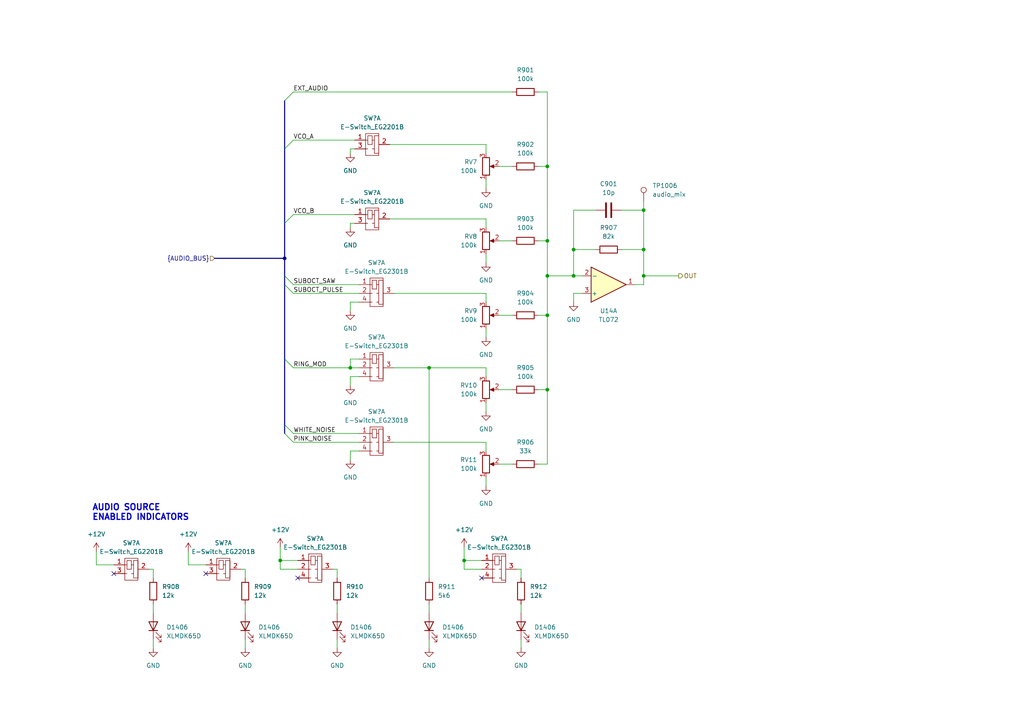
<source format=kicad_sch>
(kicad_sch (version 20230121) (generator eeschema)
  (paper "A4")
  (title_block (title "MICRO-OX Main VCO board") (date "2023-04-12") (rev "0") (comment 2 "creativecommons.org/licenses/by/4.0") (comment 3 "license: CC by 4.0") (comment 4 "Author: Jordan Aceto"))
  (lib_symbols
    (symbol "Amplifier_Operational:TL072" (pin_names (offset 0.127))
      (property "Reference" "U" (at 0 5.08 0))
      (property "Value" "TL072" (at 0 -5.08 0))
      (symbol "TL072_1_1"
        (polyline (pts (xy -5.08 5.08) (xy 5.08 0) (xy -5.08 -5.08) (xy -5.08 5.08)) (stroke (width 0.254)) (fill (type background)))
        (pin output line (at 7.62 0 180) (length 2.54) (name "~") (number "1"))
        (pin input line (at -7.62 -2.54 0) (length 2.54) (name "-") (number "2"))
        (pin input line (at -7.62 2.54 0) (length 2.54) (name "+") (number "3"))
      )
      (symbol "TL072_2_1"
        (polyline (pts (xy -5.08 5.08) (xy 5.08 0) (xy -5.08 -5.08) (xy -5.08 5.08)) (stroke (width 0.254)) (fill (type background)))
        (pin input line (at -7.62 2.54 0) (length 2.54) (name "+") (number "5"))
        (pin input line (at -7.62 -2.54 0) (length 2.54) (name "-") (number "6"))
        (pin output line (at 7.62 0 180) (length 2.54) (name "~") (number "7"))
      )
      (symbol "TL072_3_1"
        (pin power_in line (at -2.54 -7.62 90) (length 3.81) (name "V-") (number "4"))
        (pin power_in line (at -2.54 7.62 270) (length 3.81) (name "V+") (number "8"))
      )
    )
    (symbol "Connector:TestPoint" (pin_numbers hide) (pin_names (offset 0.762) hide)
      (property "Reference" "TP" (at 0 6.858 0))
      (property "Value" "TestPoint" (at 0 5.08 0))
      (symbol "TestPoint_0_1"
        (circle (center 0 3.302) (radius 0.762))
      )
      (symbol "TestPoint_1_1"
        (pin passive line (at 0 0 90) (length 2.54) (name "1") (number "1"))
      )
    )
    (symbol "Device:C" (pin_numbers hide) (pin_names (offset 0.254))
      (property "Reference" "C" (at 0.635 2.54 0))
      (property "Value" "C" (at 0.635 -2.54 0))
      (symbol "C_0_1"
        (polyline (pts (xy -2.032 -0.762) (xy 2.032 -0.762)) (stroke (width 0.508)))
        (polyline (pts (xy -2.032 0.762) (xy 2.032 0.762)) (stroke (width 0.508)))
      )
      (symbol "C_1_1"
        (pin passive line (at 0 3.81 270) (length 2.794) (name "~") (number "1"))
        (pin passive line (at 0 -3.81 90) (length 2.794) (name "~") (number "2"))
      )
    )
    (symbol "Device:LED" (pin_numbers hide) (pin_names (offset 1.016) hide)
      (property "Reference" "D" (at 0 2.54 0))
      (property "Value" "LED" (at 0 -2.54 0))
      (symbol "LED_0_1"
        (polyline (pts (xy -1.27 -1.27) (xy -1.27 1.27)) (stroke (width 0.254)))
        (polyline (pts (xy -1.27 0) (xy 1.27 0)))
        (polyline (pts (xy 1.27 -1.27) (xy 1.27 1.27) (xy -1.27 0) (xy 1.27 -1.27)) (stroke (width 0.254)))
        (polyline (pts (xy -3.048 -0.762) (xy -4.572 -2.286) (xy -3.81 -2.286) (xy -4.572 -2.286) (xy -4.572 -1.524)))
        (polyline (pts (xy -1.778 -0.762) (xy -3.302 -2.286) (xy -2.54 -2.286) (xy -3.302 -2.286) (xy -3.302 -1.524)))
      )
      (symbol "LED_1_1"
        (pin passive line (at -3.81 0 0) (length 2.54) (name "K") (number "1"))
        (pin passive line (at 3.81 0 180) (length 2.54) (name "A") (number "2"))
      )
    )
    (symbol "Device:R" (pin_numbers hide) (pin_names (offset 0))
      (property "Reference" "R" (at 2.032 0 90))
      (property "Value" "R" (at 0 0 90))
      (symbol "R_0_1"
        (rectangle (start -1.016 -2.54) (end 1.016 2.54) (stroke (width 0.254)))
      )
      (symbol "R_1_1"
        (pin passive line (at 0 3.81 270) (length 1.27) (name "~") (number "1"))
        (pin passive line (at 0 -3.81 90) (length 1.27) (name "~") (number "2"))
      )
    )
    (symbol "Device:R_Potentiometer" (pin_names (offset 1.016) hide)
      (property "Reference" "RV" (at -4.445 0 90))
      (property "Value" "R_Potentiometer" (at -2.54 0 90))
      (symbol "R_Potentiometer_0_1"
        (polyline (pts (xy 2.54 0) (xy 1.524 0)))
        (polyline (pts (xy 1.143 0) (xy 2.286 0.508) (xy 2.286 -0.508) (xy 1.143 0)) (fill (type outline)))
        (rectangle (start 1.016 2.54) (end -1.016 -2.54) (stroke (width 0.254)))
      )
      (symbol "R_Potentiometer_1_1"
        (pin passive line (at 0 3.81 270) (length 1.27) (name "1") (number "1"))
        (pin passive line (at 3.81 0 180) (length 1.27) (name "2") (number "2"))
        (pin passive line (at 0 -3.81 90) (length 1.27) (name "3") (number "3"))
      )
    )
    (symbol "custom_symbols:E-Switch_EG2201" (pin_names (offset 1.016) hide)
      (property "Reference" "SW?" (at 0 6.35 0))
      (property "Value" "E-Switch_EG2201" (at 0 4.445 0))
      (symbol "E-Switch_EG2201_0_1"
        (rectangle (start -1.905 2.54) (end -0.635 -2.54))
        (rectangle (start -1.905 3.175) (end 1.905 -3.175))
        (polyline (pts (xy -0.635 -1.27) (xy 0 -1.27)))
        (polyline (pts (xy -0.635 1.27) (xy 0 1.27)))
        (polyline (pts (xy 1.27 -1.27) (xy 1.905 -1.27)))
        (polyline (pts (xy 1.27 1.27) (xy 1.905 1.27) (xy 1.27 1.27)))
        (rectangle (start 0 2.54) (end 1.27 0))
      )
      (symbol "E-Switch_EG2201_1_1"
        (pin passive line (at 5.08 1.27 180) (length 3.175) (name "1") (number "1"))
        (pin passive line (at -5.08 0 0) (length 3.175) (name "2") (number "2"))
        (pin passive line (at 5.08 -1.27 180) (length 3.175) (name "3") (number "3"))
      )
      (symbol "E-Switch_EG2201_2_1"
        (pin passive line (at 5.08 1.27 180) (length 3.175) (name "4") (number "4"))
        (pin passive line (at -5.08 0 0) (length 3.175) (name "5") (number "5"))
        (pin passive line (at 5.08 -1.27 180) (length 3.175) (name "6") (number "6"))
      )
    )
    (symbol "custom_symbols:E-Switch_EG2301" (pin_names (offset 1.016) hide)
      (property "Reference" "SW?" (at 0 7.62 0))
      (property "Value" "E-Switch_EG2301" (at 0 5.715 0))
      (symbol "E-Switch_EG2301_0_1"
        (rectangle (start -1.905 3.81) (end -0.635 -3.175))
        (rectangle (start -1.905 4.445) (end 1.905 -3.81))
        (polyline (pts (xy -0.635 -2.54) (xy 0 -2.54)))
        (polyline (pts (xy -0.635 0) (xy 0 0)))
        (polyline (pts (xy -0.635 2.54) (xy 0 2.54)))
        (polyline (pts (xy 1.27 -2.54) (xy 1.905 -2.54)))
        (polyline (pts (xy 1.27 0) (xy 1.905 0)))
        (polyline (pts (xy 1.27 2.54) (xy 1.905 2.54) (xy 1.27 2.54)))
        (rectangle (start 0 3.81) (end 1.27 1.27))
      )
      (symbol "E-Switch_EG2301_1_1"
        (pin passive line (at 5.08 2.54 180) (length 3.175) (name "1") (number "1"))
        (pin passive line (at 5.08 0 180) (length 3.175) (name "2") (number "2"))
        (pin passive line (at -5.08 0 0) (length 3.175) (name "3") (number "3"))
        (pin passive line (at 5.08 -2.54 180) (length 3.175) (name "4") (number "4"))
      )
      (symbol "E-Switch_EG2301_2_1"
        (pin passive line (at 5.08 2.54 180) (length 3.175) (name "5") (number "5"))
        (pin passive line (at 5.08 0 180) (length 3.175) (name "6") (number "6"))
        (pin passive line (at -5.08 0 0) (length 3.175) (name "7") (number "7"))
        (pin passive line (at 5.08 -2.54 180) (length 3.175) (name "8") (number "8"))
      )
    )
    (symbol "power:+12V" (power) (pin_names (offset 0))
      (property "Value" "+12V" (at 0 3.556 0))
      (symbol "+12V_0_1"
        (polyline (pts (xy -0.762 1.27) (xy 0 2.54)))
        (polyline (pts (xy 0 0) (xy 0 2.54)))
        (polyline (pts (xy 0 2.54) (xy 0.762 1.27)))
      )
      (symbol "+12V_1_1"
        (pin power_in line (at 0 0 90) (length 0) hide (name "+12V") (number "1"))
      )
    )
    (symbol "power:GND" (power) (pin_names (offset 0))
      (property "Value" "GND" (at 0 -3.81 0))
      (symbol "GND_0_1"
        (polyline (pts (xy 0 0) (xy 0 -1.27) (xy 1.27 -1.27) (xy 0 -2.54) (xy -1.27 -1.27) (xy 0 -1.27)))
      )
      (symbol "GND_1_1"
        (pin power_in line (at 0 0 270) (length 0) hide (name "GND") (number "1"))
      )
    )
  )
  (junction (at 158.75 69.85))
  (junction (at 166.37 80.01))
  (junction (at 166.37 72.39))
  (junction (at 82.55 74.93))
  (junction (at 186.69 80.01))
  (junction (at 158.75 113.03))
  (junction (at 81.28 162.56))
  (junction (at 158.75 80.01))
  (junction (at 158.75 48.26))
  (junction (at 186.69 72.39))
  (junction (at 158.75 91.44))
  (junction (at 186.69 60.96))
  (junction (at 134.62 162.56))
  (junction (at 101.6 106.68))
  (junction (at 124.46 106.68))
  (no_connect (at 59.69 166.37))
  (no_connect (at 86.36 167.64))
  (no_connect (at 139.7 167.64))
  (no_connect (at 33.02 166.37))
  (bus_entry (at 82.55 82.55) (size 2.54 2.54))
  (bus_entry (at 82.55 29.21) (size 2.54 -2.54))
  (bus_entry (at 82.55 80.01) (size 2.54 2.54))
  (bus_entry (at 82.55 43.18) (size 2.54 -2.54))
  (bus_entry (at 82.55 64.77) (size 2.54 -2.54))
  (bus_entry (at 82.55 125.73) (size 2.54 2.54))
  (bus_entry (at 82.55 104.14) (size 2.54 2.54))
  (bus_entry (at 82.55 123.19) (size 2.54 2.54))
  (wire (pts (xy 144.78 91.44) (xy 148.59 91.44)))
  (wire (pts (xy 186.69 80.01) (xy 186.69 72.39)))
  (wire (pts (xy 97.79 185.42) (xy 97.79 187.96)))
  (wire (pts (xy 44.45 175.26) (xy 44.45 177.8)))
  (wire (pts (xy 101.6 104.14) (xy 104.14 104.14)))
  (wire (pts (xy 151.13 165.1) (xy 149.86 165.1)))
  (wire (pts (xy 101.6 106.68) (xy 101.6 104.14)))
  (wire (pts (xy 97.79 167.64) (xy 97.79 165.1)))
  (wire (pts (xy 156.21 134.62) (xy 158.75 134.62)))
  (wire (pts (xy 101.6 87.63) (xy 104.14 87.63)))
  (wire (pts (xy 97.79 165.1) (xy 96.52 165.1)))
  (bus (pts (xy 82.55 64.77) (xy 82.55 74.93)))
  (wire (pts (xy 113.03 41.91) (xy 140.97 41.91)))
  (wire (pts (xy 144.78 134.62) (xy 148.59 134.62)))
  (wire (pts (xy 124.46 185.42) (xy 124.46 187.96)))
  (bus (pts (xy 82.55 43.18) (xy 82.55 64.77)))
  (wire (pts (xy 140.97 106.68) (xy 140.97 109.22)))
  (wire (pts (xy 134.62 165.1) (xy 139.7 165.1)))
  (wire (pts (xy 186.69 58.42) (xy 186.69 60.96)))
  (wire (pts (xy 140.97 128.27) (xy 140.97 130.81)))
  (wire (pts (xy 158.75 69.85) (xy 158.75 48.26)))
  (wire (pts (xy 140.97 140.97) (xy 140.97 138.43)))
  (wire (pts (xy 140.97 41.91) (xy 140.97 44.45)))
  (wire (pts (xy 101.6 66.04) (xy 101.6 64.77)))
  (wire (pts (xy 85.09 82.55) (xy 104.14 82.55)))
  (wire (pts (xy 166.37 60.96) (xy 172.72 60.96)))
  (wire (pts (xy 85.09 40.64) (xy 102.87 40.64)))
  (wire (pts (xy 85.09 125.73) (xy 104.14 125.73)))
  (wire (pts (xy 186.69 60.96) (xy 180.34 60.96)))
  (wire (pts (xy 71.12 185.42) (xy 71.12 187.96)))
  (wire (pts (xy 44.45 167.64) (xy 44.45 165.1)))
  (wire (pts (xy 101.6 109.22) (xy 104.14 109.22)))
  (wire (pts (xy 166.37 85.09) (xy 168.91 85.09)))
  (wire (pts (xy 158.75 113.03) (xy 158.75 91.44)))
  (wire (pts (xy 134.62 158.75) (xy 134.62 162.56)))
  (wire (pts (xy 158.75 80.01) (xy 158.75 91.44)))
  (wire (pts (xy 71.12 165.1) (xy 69.85 165.1)))
  (wire (pts (xy 156.21 26.67) (xy 158.75 26.67)))
  (wire (pts (xy 140.97 63.5) (xy 140.97 66.04)))
  (wire (pts (xy 124.46 106.68) (xy 124.46 167.64)))
  (wire (pts (xy 85.09 62.23) (xy 102.87 62.23)))
  (wire (pts (xy 27.94 160.02) (xy 27.94 163.83)))
  (wire (pts (xy 186.69 72.39) (xy 186.69 60.96)))
  (wire (pts (xy 114.3 85.09) (xy 140.97 85.09)))
  (wire (pts (xy 134.62 162.56) (xy 134.62 165.1)))
  (bus (pts (xy 82.55 80.01) (xy 82.55 82.55)))
  (wire (pts (xy 186.69 80.01) (xy 196.85 80.01)))
  (wire (pts (xy 114.3 128.27) (xy 140.97 128.27)))
  (wire (pts (xy 81.28 158.75) (xy 81.28 162.56)))
  (wire (pts (xy 140.97 85.09) (xy 140.97 87.63)))
  (wire (pts (xy 151.13 167.64) (xy 151.13 165.1)))
  (wire (pts (xy 101.6 90.17) (xy 101.6 87.63)))
  (wire (pts (xy 101.6 133.35) (xy 101.6 130.81)))
  (wire (pts (xy 180.34 72.39) (xy 186.69 72.39)))
  (wire (pts (xy 158.75 134.62) (xy 158.75 113.03)))
  (wire (pts (xy 140.97 97.79) (xy 140.97 95.25)))
  (wire (pts (xy 101.6 130.81) (xy 104.14 130.81)))
  (bus (pts (xy 82.55 104.14) (xy 82.55 123.19)))
  (wire (pts (xy 85.09 128.27) (xy 104.14 128.27)))
  (wire (pts (xy 27.94 163.83) (xy 33.02 163.83)))
  (wire (pts (xy 144.78 69.85) (xy 148.59 69.85)))
  (wire (pts (xy 44.45 165.1) (xy 43.18 165.1)))
  (wire (pts (xy 114.3 106.68) (xy 124.46 106.68)))
  (wire (pts (xy 44.45 185.42) (xy 44.45 187.96)))
  (bus (pts (xy 82.55 82.55) (xy 82.55 104.14)))
  (wire (pts (xy 144.78 113.03) (xy 148.59 113.03)))
  (bus (pts (xy 82.55 29.21) (xy 82.55 43.18)))
  (wire (pts (xy 158.75 80.01) (xy 166.37 80.01)))
  (wire (pts (xy 71.12 175.26) (xy 71.12 177.8)))
  (wire (pts (xy 85.09 26.67) (xy 148.59 26.67)))
  (wire (pts (xy 140.97 76.2) (xy 140.97 73.66)))
  (bus (pts (xy 82.55 74.93) (xy 82.55 80.01)))
  (wire (pts (xy 113.03 63.5) (xy 140.97 63.5)))
  (wire (pts (xy 134.62 162.56) (xy 139.7 162.56)))
  (wire (pts (xy 166.37 87.63) (xy 166.37 85.09)))
  (wire (pts (xy 101.6 111.76) (xy 101.6 109.22)))
  (wire (pts (xy 184.15 82.55) (xy 186.69 82.55)))
  (wire (pts (xy 101.6 44.45) (xy 101.6 43.18)))
  (wire (pts (xy 140.97 119.38) (xy 140.97 116.84)))
  (wire (pts (xy 85.09 85.09) (xy 104.14 85.09)))
  (wire (pts (xy 140.97 54.61) (xy 140.97 52.07)))
  (bus (pts (xy 62.23 74.93) (xy 82.55 74.93)))
  (wire (pts (xy 168.91 80.01) (xy 166.37 80.01)))
  (wire (pts (xy 85.09 106.68) (xy 101.6 106.68)))
  (wire (pts (xy 151.13 175.26) (xy 151.13 177.8)))
  (wire (pts (xy 81.28 165.1) (xy 86.36 165.1)))
  (wire (pts (xy 186.69 82.55) (xy 186.69 80.01)))
  (wire (pts (xy 156.21 48.26) (xy 158.75 48.26)))
  (wire (pts (xy 124.46 106.68) (xy 140.97 106.68)))
  (wire (pts (xy 54.61 160.02) (xy 54.61 163.83)))
  (wire (pts (xy 158.75 80.01) (xy 158.75 69.85)))
  (wire (pts (xy 101.6 43.18) (xy 102.87 43.18)))
  (wire (pts (xy 81.28 162.56) (xy 86.36 162.56)))
  (wire (pts (xy 124.46 175.26) (xy 124.46 177.8)))
  (wire (pts (xy 81.28 162.56) (xy 81.28 165.1)))
  (wire (pts (xy 158.75 48.26) (xy 158.75 26.67)))
  (wire (pts (xy 71.12 167.64) (xy 71.12 165.1)))
  (wire (pts (xy 156.21 69.85) (xy 158.75 69.85)))
  (wire (pts (xy 166.37 72.39) (xy 172.72 72.39)))
  (wire (pts (xy 156.21 91.44) (xy 158.75 91.44)))
  (wire (pts (xy 101.6 64.77) (xy 102.87 64.77)))
  (wire (pts (xy 166.37 72.39) (xy 166.37 60.96)))
  (wire (pts (xy 97.79 175.26) (xy 97.79 177.8)))
  (wire (pts (xy 166.37 80.01) (xy 166.37 72.39)))
  (wire (pts (xy 54.61 163.83) (xy 59.69 163.83)))
  (wire (pts (xy 144.78 48.26) (xy 148.59 48.26)))
  (bus (pts (xy 82.55 123.19) (xy 82.55 125.73)))
  (wire (pts (xy 156.21 113.03) (xy 158.75 113.03)))
  (wire (pts (xy 151.13 185.42) (xy 151.13 187.96)))
  (wire (pts (xy 101.6 106.68) (xy 104.14 106.68)))
  (text "AUDIO SOURCE\nENABLED INDICATORS" (at 26.67 151.13 0) (effects (font (size 1.75 1.75) (thickness 0.35) bold) (justify left bottom)))
  (label "WHITE_NOISE" (at 85.09 125.73 0))
  (label "EXT_AUDIO" (at 85.09 26.67 0))
  (label "SUBOCT_SAW" (at 85.09 82.55 0))
  (label "VCO_A" (at 85.09 40.64 0))
  (label "RING_MOD" (at 85.09 106.68 0))
  (label "VCO_B" (at 85.09 62.23 0))
  (label "SUBOCT_PULSE" (at 85.09 85.09 0))
  (label "PINK_NOISE" (at 85.09 128.27 0))
  (hierarchical_label "OUT" (shape output) (at 196.85 80.01 0))
  (hierarchical_label "{AUDIO_BUS}" (shape input) (at 62.23 74.93 180))
  (symbol (lib_id "power:GND") (at 101.6 44.45 0) (unit 1)
    (property "Reference" "#PWR086" (effects hide))
    (property "Value" "GND" (at 101.6 49.53 0))
    (instances (project "main_VCO_board" (path "" (reference "#PWR086") (unit 1)) (path "" (reference "#PWR0901") (unit 1))))
  )
  (symbol (lib_id "Device:C") (at 176.53 60.96 90) (unit 1)
    (property "Reference" "C901" (at 176.53 53.34 90))
    (property "Value" "10p" (at 176.53 55.88 90))
    (property "Footprint" "Capacitor_SMD:C_0603_1608Metric" (effects hide))
  )
  (symbol (lib_id "Device:R_Potentiometer") (at 140.97 91.44 0) (mirror x) (unit 1)
    (property "Reference" "RV9" (at 138.43 90.17 0) (effects (justify right)))
    (property "Value" "100k" (at 138.43 92.71 0) (effects (justify right)))
    (property "Footprint" "Potentiometer_THT:Potentiometer_Alpha_RD901F-40-00D_Single_Vertical" (effects hide))
  )
  (symbol (lib_id "Device:R_Potentiometer") (at 140.97 134.62 0) (mirror x) (unit 1)
    (property "Reference" "RV11" (at 138.43 133.35 0) (effects (justify right)))
    (property "Value" "100k" (at 138.43 135.89 0) (effects (justify right)))
    (property "Footprint" "Potentiometer_THT:Potentiometer_Alpha_RD901F-40-00D_Single_Vertical" (effects hide))
  )
  (symbol (lib_id "Device:R") (at 152.4 91.44 90) (unit 1)
    (property "Reference" "R904" (at 152.4 85.09 90))
    (property "Value" "100k" (at 152.4 87.63 90))
    (property "Footprint" "Resistor_SMD:R_0603_1608Metric" (effects hide))
  )
  (symbol (lib_id "Device:R") (at 44.45 171.45 0) (unit 1)
    (property "Reference" "R908" (at 46.99 170.18 0) (effects (justify left)))
    (property "Value" "12k" (at 46.99 172.72 0) (effects (justify left)))
    (property "Footprint" "Resistor_SMD:R_0603_1608Metric" (effects hide))
  )
  (symbol (lib_id "custom_symbols:E-Switch_EG2201") (at 107.95 63.5 0) (mirror y) (unit 1)
    (property "Reference" "SW?" (at 107.95 55.88 0))
    (property "Value" "E-Switch_EG2201B" (at 107.95 58.42 0))
    (property "Footprint" "custom_footprints:E-Switch_EG2201" (effects hide))
    (property "Datasheet" "https://www.e-switch.com/wp-content/uploads/2022/06/EG.pdf" (effects hide))
    (instances (project "main_VCO_board" (path "" (reference "SW?") (unit 1)) (path "" (reference "SW7") (unit 1))))
  )
  (symbol (lib_id "custom_symbols:E-Switch_EG2301") (at 91.44 165.1 0) (mirror y) (unit 1)
    (property "Reference" "SW?" (at 91.44 156.21 0))
    (property "Value" "E-Switch_EG2301B" (at 91.44 158.75 0))
    (property "Footprint" "custom_footprints:E-Switch_EG2301" (effects hide))
    (property "Datasheet" "https://www.e-switch.com/wp-content/uploads/2022/06/EG.pdf" (effects hide))
    (instances (project "main_VCO_board" (path "" (reference "SW?") (unit 1)) (path "" (reference "SW8") (unit 2))))
  )
  (symbol (lib_id "power:GND") (at 140.97 76.2 0) (unit 1)
    (property "Reference" "#PWR0907" (effects hide))
    (property "Value" "GND" (at 140.97 81.28 0))
  )
  (symbol (lib_id "Device:LED") (at 44.45 181.61 90) (unit 1)
    (property "Reference" "D1406" (at 48.26 181.9274 90) (effects (justify right)))
    (property "Value" "XLMDK65D" (at 48.26 184.4674 90) (effects (justify right)))
    (property "Footprint" "LED_THT:LED_D3.0mm" (effects hide))
    (instances (project "micro_pico" (path "" (reference "D1406") (unit 1))) (project "main_VCO_board" (path "" (reference "D901") (unit 1))) (project "ribbon_controller" (path "" (reference "D601") (unit 1))))
  )
  (symbol (lib_id "power:GND") (at 140.97 140.97 0) (unit 1)
    (property "Reference" "#PWR0910" (effects hide))
    (property "Value" "GND" (at 140.97 146.05 0))
  )
  (symbol (lib_id "Device:R") (at 71.12 171.45 0) (unit 1)
    (property "Reference" "R909" (at 73.66 170.18 0) (effects (justify left)))
    (property "Value" "12k" (at 73.66 172.72 0) (effects (justify left)))
    (property "Footprint" "Resistor_SMD:R_0603_1608Metric" (effects hide))
  )
  (symbol (lib_id "power:GND") (at 140.97 119.38 0) (unit 1)
    (property "Reference" "#PWR0909" (effects hide))
    (property "Value" "GND" (at 140.97 124.46 0))
  )
  (symbol (lib_id "power:GND") (at 166.37 87.63 0) (unit 1)
    (property "Reference" "#PWR0911" (effects hide))
    (property "Value" "GND" (at 166.37 92.71 0))
  )
  (symbol (lib_id "Device:R") (at 152.4 113.03 90) (unit 1)
    (property "Reference" "R905" (at 152.4 106.68 90))
    (property "Value" "100k" (at 152.4 109.22 90))
    (property "Footprint" "Resistor_SMD:R_0603_1608Metric" (effects hide))
  )
  (symbol (lib_id "power:GND") (at 101.6 111.76 0) (unit 1)
    (property "Reference" "#PWR045" (effects hide))
    (property "Value" "GND" (at 101.6 116.84 0))
    (instances (project "main_VCO_board" (path "" (reference "#PWR045") (unit 1)) (path "" (reference "#PWR0904") (unit 1))))
  )
  (symbol (lib_id "custom_symbols:E-Switch_EG2301") (at 144.78 165.1 0) (mirror y) (unit 1)
    (property "Reference" "SW?" (at 144.78 156.21 0))
    (property "Value" "E-Switch_EG2301B" (at 144.78 158.75 0))
    (property "Footprint" "custom_footprints:E-Switch_EG2301" (effects hide))
    (property "Datasheet" "https://www.e-switch.com/wp-content/uploads/2022/06/EG.pdf" (effects hide))
    (instances (project "main_VCO_board" (path "" (reference "SW?") (unit 1)) (path "" (reference "SW10") (unit 2))))
  )
  (symbol (lib_id "power:GND") (at 140.97 97.79 0) (unit 1)
    (property "Reference" "#PWR0908" (effects hide))
    (property "Value" "GND" (at 140.97 102.87 0))
  )
  (symbol (lib_id "Device:R_Potentiometer") (at 140.97 113.03 0) (mirror x) (unit 1)
    (property "Reference" "RV10" (at 138.43 111.76 0) (effects (justify right)))
    (property "Value" "100k" (at 138.43 114.3 0) (effects (justify right)))
    (property "Footprint" "Potentiometer_THT:Potentiometer_Alpha_RD901F-40-00D_Single_Vertical" (effects hide))
  )
  (symbol (lib_id "power:GND") (at 101.6 90.17 0) (unit 1)
    (property "Reference" "#PWR045" (effects hide))
    (property "Value" "GND" (at 101.6 95.25 0))
    (instances (project "main_VCO_board" (path "" (reference "#PWR045") (unit 1)) (path "" (reference "#PWR0903") (unit 1))))
  )
  (symbol (lib_id "Amplifier_Operational:TL072") (at 176.53 82.55 0) (mirror x) (unit 1)
    (property "Reference" "U14" (at 176.53 90.17 0))
    (property "Value" "TL072" (at 176.53 92.71 0))
    (property "Footprint" "Package_SO:SOIC-8_3.9x4.9mm_P1.27mm" (effects hide))
    (property "Datasheet" "http://www.ti.com/lit/ds/symlink/tl071.pdf" (effects hide))
  )
  (symbol (lib_id "custom_symbols:E-Switch_EG2201") (at 107.95 41.91 0) (mirror y) (unit 1)
    (property "Reference" "SW?" (at 107.95 34.29 0))
    (property "Value" "E-Switch_EG2201B" (at 107.95 36.83 0))
    (property "Footprint" "custom_footprints:E-Switch_EG2201" (effects hide))
    (property "Datasheet" "https://www.e-switch.com/wp-content/uploads/2022/06/EG.pdf" (effects hide))
    (instances (project "main_VCO_board" (path "" (reference "SW?") (unit 1)) (path "" (reference "SW6") (unit 1))))
  )
  (symbol (lib_id "Device:R") (at 152.4 48.26 90) (unit 1)
    (property "Reference" "R902" (at 152.4 41.91 90))
    (property "Value" "100k" (at 152.4 44.45 90))
    (property "Footprint" "Resistor_SMD:R_0603_1608Metric" (effects hide))
  )
  (symbol (lib_id "Device:R") (at 152.4 26.67 90) (unit 1)
    (property "Reference" "R901" (at 152.4 20.32 90))
    (property "Value" "100k" (at 152.4 22.86 90))
    (property "Footprint" "Resistor_SMD:R_0603_1608Metric" (effects hide))
  )
  (symbol (lib_id "custom_symbols:E-Switch_EG2301") (at 109.22 106.68 0) (mirror y) (unit 1)
    (property "Reference" "SW?" (at 109.22 97.79 0))
    (property "Value" "E-Switch_EG2301B" (at 109.22 100.33 0))
    (property "Footprint" "custom_footprints:E-Switch_EG2301" (effects hide))
    (property "Datasheet" "https://www.e-switch.com/wp-content/uploads/2022/06/EG.pdf" (effects hide))
    (instances (project "main_VCO_board" (path "" (reference "SW?") (unit 1)) (path "" (reference "SW9") (unit 1))))
  )
  (symbol (lib_id "power:GND") (at 101.6 133.35 0) (unit 1)
    (property "Reference" "#PWR045" (effects hide))
    (property "Value" "GND" (at 101.6 138.43 0))
    (instances (project "main_VCO_board" (path "" (reference "#PWR045") (unit 1)) (path "" (reference "#PWR0905") (unit 1))))
  )
  (symbol (lib_id "power:+12V") (at 54.61 160.02 0) (unit 1)
    (property "Reference" "#PWR01027" (effects hide))
    (property "Value" "+12V" (at 54.61 154.94 0))
    (instances (project "main_VCO_board" (path "" (reference "#PWR01027") (unit 1)) (path "" (reference "#PWR0914") (unit 1))))
  )
  (symbol (lib_id "power:GND") (at 101.6 66.04 0) (unit 1)
    (property "Reference" "#PWR034" (effects hide))
    (property "Value" "GND" (at 101.6 71.12 0))
    (instances (project "main_VCO_board" (path "" (reference "#PWR034") (unit 1)) (path "" (reference "#PWR0902") (unit 1))))
  )
  (symbol (lib_id "Connector:TestPoint") (at 186.69 58.42 0) (unit 1) (in_bom no)
    (property "Reference" "TP1006" (at 189.23 53.848 0) (effects (justify left)))
    (property "Value" "audio_mix" (at 189.23 56.388 0) (effects (justify left)))
    (property "Footprint" "TestPoint:TestPoint_Keystone_5000-5004_Miniature" (effects hide))
    (instances (project "main_VCO_board" (path "" (reference "TP1006") (unit 1)) (path "" (reference "TP?") (unit 1)) (path "" (reference "TP901") (unit 1))))
  )
  (symbol (lib_id "Device:R") (at 152.4 134.62 90) (unit 1)
    (property "Reference" "R906" (at 152.4 128.27 90))
    (property "Value" "33k" (at 152.4 130.81 90))
    (property "Footprint" "Resistor_SMD:R_0603_1608Metric" (effects hide))
  )
  (symbol (lib_id "Device:R") (at 97.79 171.45 0) (unit 1)
    (property "Reference" "R910" (at 100.33 170.18 0) (effects (justify left)))
    (property "Value" "12k" (at 100.33 172.72 0) (effects (justify left)))
    (property "Footprint" "Resistor_SMD:R_0603_1608Metric" (effects hide))
  )
  (symbol (lib_id "custom_symbols:E-Switch_EG2301") (at 109.22 85.09 0) (mirror y) (unit 1)
    (property "Reference" "SW?" (at 109.22 76.2 0))
    (property "Value" "E-Switch_EG2301B" (at 109.22 78.74 0))
    (property "Footprint" "custom_footprints:E-Switch_EG2301" (effects hide))
    (property "Datasheet" "https://www.e-switch.com/wp-content/uploads/2022/06/EG.pdf" (effects hide))
    (instances (project "main_VCO_board" (path "" (reference "SW?") (unit 1)) (path "" (reference "SW8") (unit 1))))
  )
  (symbol (lib_id "power:GND") (at 151.13 187.96 0) (unit 1)
    (property "Reference" "#PWR0919" (effects hide))
    (property "Value" "GND" (at 151.13 193.04 0))
  )
  (symbol (lib_id "power:+12V") (at 27.94 160.02 0) (unit 1)
    (property "Reference" "#PWR01027" (effects hide))
    (property "Value" "+12V" (at 27.94 154.94 0))
    (instances (project "main_VCO_board" (path "" (reference "#PWR01027") (unit 1)) (path "" (reference "#PWR0913") (unit 1))))
  )
  (symbol (lib_id "power:GND") (at 97.79 187.96 0) (unit 1)
    (property "Reference" "#PWR0917" (effects hide))
    (property "Value" "GND" (at 97.79 193.04 0))
  )
  (symbol (lib_id "power:+12V") (at 134.62 158.75 0) (unit 1)
    (property "Reference" "#PWR01027" (effects hide))
    (property "Value" "+12V" (at 134.62 153.67 0))
    (instances (project "main_VCO_board" (path "" (reference "#PWR01027") (unit 1)) (path "" (reference "#PWR0918") (unit 1))))
  )
  (symbol (lib_id "power:GND") (at 71.12 187.96 0) (unit 1)
    (property "Reference" "#PWR0915" (effects hide))
    (property "Value" "GND" (at 71.12 193.04 0))
  )
  (symbol (lib_id "Device:LED") (at 124.46 181.61 90) (unit 1)
    (property "Reference" "D1406" (at 128.27 181.9274 90) (effects (justify right)))
    (property "Value" "XLMDK65D" (at 128.27 184.4674 90) (effects (justify right)))
    (property "Footprint" "LED_THT:LED_D3.0mm" (effects hide))
    (instances (project "micro_pico" (path "" (reference "D1406") (unit 1))) (project "main_VCO_board" (path "" (reference "D904") (unit 1))) (project "ribbon_controller" (path "" (reference "D601") (unit 1))))
  )
  (symbol (lib_id "Device:R") (at 124.46 171.45 0) (unit 1)
    (property "Reference" "R911" (at 127 170.18 0) (effects (justify left)))
    (property "Value" "5k6" (at 127 172.72 0) (effects (justify left)))
    (property "Footprint" "Resistor_SMD:R_0603_1608Metric" (effects hide))
  )
  (symbol (lib_id "custom_symbols:E-Switch_EG2301") (at 109.22 128.27 0) (mirror y) (unit 1)
    (property "Reference" "SW?" (at 109.22 119.38 0))
    (property "Value" "E-Switch_EG2301B" (at 109.22 121.92 0))
    (property "Footprint" "custom_footprints:E-Switch_EG2301" (effects hide))
    (property "Datasheet" "https://www.e-switch.com/wp-content/uploads/2022/06/EG.pdf" (effects hide))
    (instances (project "main_VCO_board" (path "" (reference "SW?") (unit 1)) (path "" (reference "SW10") (unit 1))))
  )
  (symbol (lib_id "Device:LED") (at 71.12 181.61 90) (unit 1)
    (property "Reference" "D1406" (at 74.93 181.9274 90) (effects (justify right)))
    (property "Value" "XLMDK65D" (at 74.93 184.4674 90) (effects (justify right)))
    (property "Footprint" "LED_THT:LED_D3.0mm" (effects hide))
    (instances (project "micro_pico" (path "" (reference "D1406") (unit 1))) (project "main_VCO_board" (path "" (reference "D902") (unit 1))) (project "ribbon_controller" (path "" (reference "D601") (unit 1))))
  )
  (symbol (lib_id "Device:R_Potentiometer") (at 140.97 69.85 0) (mirror x) (unit 1)
    (property "Reference" "RV8" (at 138.43 68.58 0) (effects (justify right)))
    (property "Value" "100k" (at 138.43 71.12 0) (effects (justify right)))
    (property "Footprint" "Potentiometer_THT:Potentiometer_Alpha_RD901F-40-00D_Single_Vertical" (effects hide))
  )
  (symbol (lib_id "Device:R_Potentiometer") (at 140.97 48.26 0) (mirror x) (unit 1)
    (property "Reference" "RV7" (at 138.43 46.99 0) (effects (justify right)))
    (property "Value" "100k" (at 138.43 49.53 0) (effects (justify right)))
    (property "Footprint" "Potentiometer_THT:Potentiometer_Alpha_RD901F-40-00D_Single_Vertical" (effects hide))
  )
  (symbol (lib_id "custom_symbols:E-Switch_EG2201") (at 64.77 165.1 0) (mirror y) (unit 1)
    (property "Reference" "SW?" (at 64.77 157.48 0))
    (property "Value" "E-Switch_EG2201B" (at 64.77 160.02 0))
    (property "Footprint" "custom_footprints:E-Switch_EG2201" (effects hide))
    (property "Datasheet" "https://www.e-switch.com/wp-content/uploads/2022/06/EG.pdf" (effects hide))
    (instances (project "main_VCO_board" (path "" (reference "SW?") (unit 1)) (path "" (reference "SW7") (unit 2))))
  )
  (symbol (lib_id "power:GND") (at 140.97 54.61 0) (unit 1)
    (property "Reference" "#PWR0906" (effects hide))
    (property "Value" "GND" (at 140.97 59.69 0))
  )
  (symbol (lib_id "Device:LED") (at 97.79 181.61 90) (unit 1)
    (property "Reference" "D1406" (at 101.6 181.9274 90) (effects (justify right)))
    (property "Value" "XLMDK65D" (at 101.6 184.4674 90) (effects (justify right)))
    (property "Footprint" "LED_THT:LED_D3.0mm" (effects hide))
    (instances (project "micro_pico" (path "" (reference "D1406") (unit 1))) (project "main_VCO_board" (path "" (reference "D903") (unit 1))) (project "ribbon_controller" (path "" (reference "D601") (unit 1))))
  )
  (symbol (lib_id "Device:R") (at 176.53 72.39 90) (unit 1)
    (property "Reference" "R907" (at 176.53 66.04 90))
    (property "Value" "82k" (at 176.53 68.58 90))
    (property "Footprint" "Resistor_SMD:R_0603_1608Metric" (effects hide))
  )
  (symbol (lib_id "power:GND") (at 44.45 187.96 0) (unit 1)
    (property "Reference" "#PWR0912" (effects hide))
    (property "Value" "GND" (at 44.45 193.04 0))
  )
  (symbol (lib_id "power:GND") (at 124.46 187.96 0) (unit 1)
    (property "Reference" "#PWR0920" (effects hide))
    (property "Value" "GND" (at 124.46 193.04 0))
  )
  (symbol (lib_id "Device:LED") (at 151.13 181.61 90) (unit 1)
    (property "Reference" "D1406" (at 154.94 181.9274 90) (effects (justify right)))
    (property "Value" "XLMDK65D" (at 154.94 184.4674 90) (effects (justify right)))
    (property "Footprint" "LED_THT:LED_D3.0mm" (effects hide))
    (instances (project "micro_pico" (path "" (reference "D1406") (unit 1))) (project "main_VCO_board" (path "" (reference "D905") (unit 1))) (project "ribbon_controller" (path "" (reference "D601") (unit 1))))
  )
  (symbol (lib_id "custom_symbols:E-Switch_EG2201") (at 38.1 165.1 0) (mirror y) (unit 1)
    (property "Reference" "SW?" (at 38.1 157.48 0))
    (property "Value" "E-Switch_EG2201B" (at 38.1 160.02 0))
    (property "Footprint" "custom_footprints:E-Switch_EG2201" (effects hide))
    (property "Datasheet" "https://www.e-switch.com/wp-content/uploads/2022/06/EG.pdf" (effects hide))
    (instances (project "main_VCO_board" (path "" (reference "SW?") (unit 1)) (path "" (reference "SW6") (unit 2))))
  )
  (symbol (lib_id "Device:R") (at 151.13 171.45 0) (unit 1)
    (property "Reference" "R912" (at 153.67 170.18 0) (effects (justify left)))
    (property "Value" "12k" (at 153.67 172.72 0) (effects (justify left)))
    (property "Footprint" "Resistor_SMD:R_0603_1608Metric" (effects hide))
  )
  (symbol (lib_id "power:+12V") (at 81.28 158.75 0) (unit 1)
    (property "Reference" "#PWR01027" (effects hide))
    (property "Value" "+12V" (at 81.28 153.67 0))
    (instances (project "main_VCO_board" (path "" (reference "#PWR01027") (unit 1)) (path "" (reference "#PWR0916") (unit 1))))
  )
  (symbol (lib_id "Device:R") (at 152.4 69.85 90) (unit 1)
    (property "Reference" "R903" (at 152.4 63.5 90))
    (property "Value" "100k" (at 152.4 66.04 90))
    (property "Footprint" "Resistor_SMD:R_0603_1608Metric" (effects hide))
  )
)
</source>
